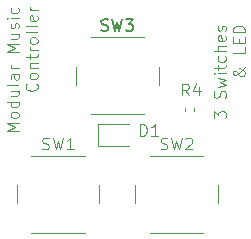
<source format=gto>
%TF.GenerationSoftware,KiCad,Pcbnew,9.0.5-1.fc42*%
%TF.CreationDate,2025-12-03T03:37:20+01:00*%
%TF.ProjectId,Block-Switch-3,426c6f63-6b2d-4537-9769-7463682d332e,1*%
%TF.SameCoordinates,Original*%
%TF.FileFunction,Legend,Top*%
%TF.FilePolarity,Positive*%
%FSLAX46Y46*%
G04 Gerber Fmt 4.6, Leading zero omitted, Abs format (unit mm)*
G04 Created by KiCad (PCBNEW 9.0.5-1.fc42) date 2025-12-03 03:37:20*
%MOMM*%
%LPD*%
G01*
G04 APERTURE LIST*
%ADD10C,0.125000*%
%ADD11C,0.150000*%
%ADD12C,0.120000*%
G04 APERTURE END LIST*
D10*
X147248175Y-112269855D02*
X147248175Y-111650808D01*
X147248175Y-111650808D02*
X147629127Y-111984141D01*
X147629127Y-111984141D02*
X147629127Y-111841284D01*
X147629127Y-111841284D02*
X147676746Y-111746046D01*
X147676746Y-111746046D02*
X147724365Y-111698427D01*
X147724365Y-111698427D02*
X147819603Y-111650808D01*
X147819603Y-111650808D02*
X148057698Y-111650808D01*
X148057698Y-111650808D02*
X148152936Y-111698427D01*
X148152936Y-111698427D02*
X148200556Y-111746046D01*
X148200556Y-111746046D02*
X148248175Y-111841284D01*
X148248175Y-111841284D02*
X148248175Y-112126998D01*
X148248175Y-112126998D02*
X148200556Y-112222236D01*
X148200556Y-112222236D02*
X148152936Y-112269855D01*
X148200556Y-110507950D02*
X148248175Y-110365093D01*
X148248175Y-110365093D02*
X148248175Y-110126998D01*
X148248175Y-110126998D02*
X148200556Y-110031760D01*
X148200556Y-110031760D02*
X148152936Y-109984141D01*
X148152936Y-109984141D02*
X148057698Y-109936522D01*
X148057698Y-109936522D02*
X147962460Y-109936522D01*
X147962460Y-109936522D02*
X147867222Y-109984141D01*
X147867222Y-109984141D02*
X147819603Y-110031760D01*
X147819603Y-110031760D02*
X147771984Y-110126998D01*
X147771984Y-110126998D02*
X147724365Y-110317474D01*
X147724365Y-110317474D02*
X147676746Y-110412712D01*
X147676746Y-110412712D02*
X147629127Y-110460331D01*
X147629127Y-110460331D02*
X147533889Y-110507950D01*
X147533889Y-110507950D02*
X147438651Y-110507950D01*
X147438651Y-110507950D02*
X147343413Y-110460331D01*
X147343413Y-110460331D02*
X147295794Y-110412712D01*
X147295794Y-110412712D02*
X147248175Y-110317474D01*
X147248175Y-110317474D02*
X147248175Y-110079379D01*
X147248175Y-110079379D02*
X147295794Y-109936522D01*
X147581508Y-109603188D02*
X148248175Y-109412712D01*
X148248175Y-109412712D02*
X147771984Y-109222236D01*
X147771984Y-109222236D02*
X148248175Y-109031760D01*
X148248175Y-109031760D02*
X147581508Y-108841284D01*
X148248175Y-108460331D02*
X147581508Y-108460331D01*
X147248175Y-108460331D02*
X147295794Y-108507950D01*
X147295794Y-108507950D02*
X147343413Y-108460331D01*
X147343413Y-108460331D02*
X147295794Y-108412712D01*
X147295794Y-108412712D02*
X147248175Y-108460331D01*
X147248175Y-108460331D02*
X147343413Y-108460331D01*
X147581508Y-108126998D02*
X147581508Y-107746046D01*
X147248175Y-107984141D02*
X148105317Y-107984141D01*
X148105317Y-107984141D02*
X148200556Y-107936522D01*
X148200556Y-107936522D02*
X148248175Y-107841284D01*
X148248175Y-107841284D02*
X148248175Y-107746046D01*
X148200556Y-106984141D02*
X148248175Y-107079379D01*
X148248175Y-107079379D02*
X148248175Y-107269855D01*
X148248175Y-107269855D02*
X148200556Y-107365093D01*
X148200556Y-107365093D02*
X148152936Y-107412712D01*
X148152936Y-107412712D02*
X148057698Y-107460331D01*
X148057698Y-107460331D02*
X147771984Y-107460331D01*
X147771984Y-107460331D02*
X147676746Y-107412712D01*
X147676746Y-107412712D02*
X147629127Y-107365093D01*
X147629127Y-107365093D02*
X147581508Y-107269855D01*
X147581508Y-107269855D02*
X147581508Y-107079379D01*
X147581508Y-107079379D02*
X147629127Y-106984141D01*
X148248175Y-106555569D02*
X147248175Y-106555569D01*
X148248175Y-106126998D02*
X147724365Y-106126998D01*
X147724365Y-106126998D02*
X147629127Y-106174617D01*
X147629127Y-106174617D02*
X147581508Y-106269855D01*
X147581508Y-106269855D02*
X147581508Y-106412712D01*
X147581508Y-106412712D02*
X147629127Y-106507950D01*
X147629127Y-106507950D02*
X147676746Y-106555569D01*
X148200556Y-105269855D02*
X148248175Y-105365093D01*
X148248175Y-105365093D02*
X148248175Y-105555569D01*
X148248175Y-105555569D02*
X148200556Y-105650807D01*
X148200556Y-105650807D02*
X148105317Y-105698426D01*
X148105317Y-105698426D02*
X147724365Y-105698426D01*
X147724365Y-105698426D02*
X147629127Y-105650807D01*
X147629127Y-105650807D02*
X147581508Y-105555569D01*
X147581508Y-105555569D02*
X147581508Y-105365093D01*
X147581508Y-105365093D02*
X147629127Y-105269855D01*
X147629127Y-105269855D02*
X147724365Y-105222236D01*
X147724365Y-105222236D02*
X147819603Y-105222236D01*
X147819603Y-105222236D02*
X147914841Y-105698426D01*
X148200556Y-104841283D02*
X148248175Y-104746045D01*
X148248175Y-104746045D02*
X148248175Y-104555569D01*
X148248175Y-104555569D02*
X148200556Y-104460331D01*
X148200556Y-104460331D02*
X148105317Y-104412712D01*
X148105317Y-104412712D02*
X148057698Y-104412712D01*
X148057698Y-104412712D02*
X147962460Y-104460331D01*
X147962460Y-104460331D02*
X147914841Y-104555569D01*
X147914841Y-104555569D02*
X147914841Y-104698426D01*
X147914841Y-104698426D02*
X147867222Y-104793664D01*
X147867222Y-104793664D02*
X147771984Y-104841283D01*
X147771984Y-104841283D02*
X147724365Y-104841283D01*
X147724365Y-104841283D02*
X147629127Y-104793664D01*
X147629127Y-104793664D02*
X147581508Y-104698426D01*
X147581508Y-104698426D02*
X147581508Y-104555569D01*
X147581508Y-104555569D02*
X147629127Y-104460331D01*
X149858119Y-107888902D02*
X149858119Y-107936522D01*
X149858119Y-107936522D02*
X149810500Y-108031760D01*
X149810500Y-108031760D02*
X149667642Y-108174617D01*
X149667642Y-108174617D02*
X149381928Y-108412712D01*
X149381928Y-108412712D02*
X149239071Y-108507950D01*
X149239071Y-108507950D02*
X149096214Y-108555569D01*
X149096214Y-108555569D02*
X149000976Y-108555569D01*
X149000976Y-108555569D02*
X148905738Y-108507950D01*
X148905738Y-108507950D02*
X148858119Y-108412712D01*
X148858119Y-108412712D02*
X148858119Y-108365093D01*
X148858119Y-108365093D02*
X148905738Y-108269855D01*
X148905738Y-108269855D02*
X149000976Y-108222236D01*
X149000976Y-108222236D02*
X149048595Y-108222236D01*
X149048595Y-108222236D02*
X149143833Y-108269855D01*
X149143833Y-108269855D02*
X149191452Y-108317474D01*
X149191452Y-108317474D02*
X149381928Y-108603188D01*
X149381928Y-108603188D02*
X149429547Y-108650807D01*
X149429547Y-108650807D02*
X149524785Y-108698426D01*
X149524785Y-108698426D02*
X149667642Y-108698426D01*
X149667642Y-108698426D02*
X149762880Y-108650807D01*
X149762880Y-108650807D02*
X149810500Y-108603188D01*
X149810500Y-108603188D02*
X149858119Y-108507950D01*
X149858119Y-108507950D02*
X149858119Y-108365093D01*
X149858119Y-108365093D02*
X149810500Y-108269855D01*
X149810500Y-108269855D02*
X149762880Y-108222236D01*
X149762880Y-108222236D02*
X149572404Y-108079379D01*
X149572404Y-108079379D02*
X149429547Y-108031760D01*
X149429547Y-108031760D02*
X149334309Y-108031760D01*
X149858119Y-106222236D02*
X149858119Y-106698426D01*
X149858119Y-106698426D02*
X148858119Y-106698426D01*
X149334309Y-105888902D02*
X149334309Y-105555569D01*
X149858119Y-105412712D02*
X149858119Y-105888902D01*
X149858119Y-105888902D02*
X148858119Y-105888902D01*
X148858119Y-105888902D02*
X148858119Y-105412712D01*
X149858119Y-104984140D02*
X148858119Y-104984140D01*
X148858119Y-104984140D02*
X148858119Y-104746045D01*
X148858119Y-104746045D02*
X148905738Y-104603188D01*
X148905738Y-104603188D02*
X149000976Y-104507950D01*
X149000976Y-104507950D02*
X149096214Y-104460331D01*
X149096214Y-104460331D02*
X149286690Y-104412712D01*
X149286690Y-104412712D02*
X149429547Y-104412712D01*
X149429547Y-104412712D02*
X149620023Y-104460331D01*
X149620023Y-104460331D02*
X149715261Y-104507950D01*
X149715261Y-104507950D02*
X149810500Y-104603188D01*
X149810500Y-104603188D02*
X149858119Y-104746045D01*
X149858119Y-104746045D02*
X149858119Y-104984140D01*
X130708119Y-113317284D02*
X129708119Y-113317284D01*
X129708119Y-113317284D02*
X130422404Y-112983951D01*
X130422404Y-112983951D02*
X129708119Y-112650618D01*
X129708119Y-112650618D02*
X130708119Y-112650618D01*
X130708119Y-112031570D02*
X130660500Y-112126808D01*
X130660500Y-112126808D02*
X130612880Y-112174427D01*
X130612880Y-112174427D02*
X130517642Y-112222046D01*
X130517642Y-112222046D02*
X130231928Y-112222046D01*
X130231928Y-112222046D02*
X130136690Y-112174427D01*
X130136690Y-112174427D02*
X130089071Y-112126808D01*
X130089071Y-112126808D02*
X130041452Y-112031570D01*
X130041452Y-112031570D02*
X130041452Y-111888713D01*
X130041452Y-111888713D02*
X130089071Y-111793475D01*
X130089071Y-111793475D02*
X130136690Y-111745856D01*
X130136690Y-111745856D02*
X130231928Y-111698237D01*
X130231928Y-111698237D02*
X130517642Y-111698237D01*
X130517642Y-111698237D02*
X130612880Y-111745856D01*
X130612880Y-111745856D02*
X130660500Y-111793475D01*
X130660500Y-111793475D02*
X130708119Y-111888713D01*
X130708119Y-111888713D02*
X130708119Y-112031570D01*
X130708119Y-110841094D02*
X129708119Y-110841094D01*
X130660500Y-110841094D02*
X130708119Y-110936332D01*
X130708119Y-110936332D02*
X130708119Y-111126808D01*
X130708119Y-111126808D02*
X130660500Y-111222046D01*
X130660500Y-111222046D02*
X130612880Y-111269665D01*
X130612880Y-111269665D02*
X130517642Y-111317284D01*
X130517642Y-111317284D02*
X130231928Y-111317284D01*
X130231928Y-111317284D02*
X130136690Y-111269665D01*
X130136690Y-111269665D02*
X130089071Y-111222046D01*
X130089071Y-111222046D02*
X130041452Y-111126808D01*
X130041452Y-111126808D02*
X130041452Y-110936332D01*
X130041452Y-110936332D02*
X130089071Y-110841094D01*
X130041452Y-109936332D02*
X130708119Y-109936332D01*
X130041452Y-110364903D02*
X130565261Y-110364903D01*
X130565261Y-110364903D02*
X130660500Y-110317284D01*
X130660500Y-110317284D02*
X130708119Y-110222046D01*
X130708119Y-110222046D02*
X130708119Y-110079189D01*
X130708119Y-110079189D02*
X130660500Y-109983951D01*
X130660500Y-109983951D02*
X130612880Y-109936332D01*
X130708119Y-109317284D02*
X130660500Y-109412522D01*
X130660500Y-109412522D02*
X130565261Y-109460141D01*
X130565261Y-109460141D02*
X129708119Y-109460141D01*
X130708119Y-108507760D02*
X130184309Y-108507760D01*
X130184309Y-108507760D02*
X130089071Y-108555379D01*
X130089071Y-108555379D02*
X130041452Y-108650617D01*
X130041452Y-108650617D02*
X130041452Y-108841093D01*
X130041452Y-108841093D02*
X130089071Y-108936331D01*
X130660500Y-108507760D02*
X130708119Y-108602998D01*
X130708119Y-108602998D02*
X130708119Y-108841093D01*
X130708119Y-108841093D02*
X130660500Y-108936331D01*
X130660500Y-108936331D02*
X130565261Y-108983950D01*
X130565261Y-108983950D02*
X130470023Y-108983950D01*
X130470023Y-108983950D02*
X130374785Y-108936331D01*
X130374785Y-108936331D02*
X130327166Y-108841093D01*
X130327166Y-108841093D02*
X130327166Y-108602998D01*
X130327166Y-108602998D02*
X130279547Y-108507760D01*
X130708119Y-108031569D02*
X130041452Y-108031569D01*
X130231928Y-108031569D02*
X130136690Y-107983950D01*
X130136690Y-107983950D02*
X130089071Y-107936331D01*
X130089071Y-107936331D02*
X130041452Y-107841093D01*
X130041452Y-107841093D02*
X130041452Y-107745855D01*
X130708119Y-106650616D02*
X129708119Y-106650616D01*
X129708119Y-106650616D02*
X130422404Y-106317283D01*
X130422404Y-106317283D02*
X129708119Y-105983950D01*
X129708119Y-105983950D02*
X130708119Y-105983950D01*
X130041452Y-105079188D02*
X130708119Y-105079188D01*
X130041452Y-105507759D02*
X130565261Y-105507759D01*
X130565261Y-105507759D02*
X130660500Y-105460140D01*
X130660500Y-105460140D02*
X130708119Y-105364902D01*
X130708119Y-105364902D02*
X130708119Y-105222045D01*
X130708119Y-105222045D02*
X130660500Y-105126807D01*
X130660500Y-105126807D02*
X130612880Y-105079188D01*
X130660500Y-104650616D02*
X130708119Y-104555378D01*
X130708119Y-104555378D02*
X130708119Y-104364902D01*
X130708119Y-104364902D02*
X130660500Y-104269664D01*
X130660500Y-104269664D02*
X130565261Y-104222045D01*
X130565261Y-104222045D02*
X130517642Y-104222045D01*
X130517642Y-104222045D02*
X130422404Y-104269664D01*
X130422404Y-104269664D02*
X130374785Y-104364902D01*
X130374785Y-104364902D02*
X130374785Y-104507759D01*
X130374785Y-104507759D02*
X130327166Y-104602997D01*
X130327166Y-104602997D02*
X130231928Y-104650616D01*
X130231928Y-104650616D02*
X130184309Y-104650616D01*
X130184309Y-104650616D02*
X130089071Y-104602997D01*
X130089071Y-104602997D02*
X130041452Y-104507759D01*
X130041452Y-104507759D02*
X130041452Y-104364902D01*
X130041452Y-104364902D02*
X130089071Y-104269664D01*
X130708119Y-103793473D02*
X130041452Y-103793473D01*
X129708119Y-103793473D02*
X129755738Y-103841092D01*
X129755738Y-103841092D02*
X129803357Y-103793473D01*
X129803357Y-103793473D02*
X129755738Y-103745854D01*
X129755738Y-103745854D02*
X129708119Y-103793473D01*
X129708119Y-103793473D02*
X129803357Y-103793473D01*
X130660500Y-102888712D02*
X130708119Y-102983950D01*
X130708119Y-102983950D02*
X130708119Y-103174426D01*
X130708119Y-103174426D02*
X130660500Y-103269664D01*
X130660500Y-103269664D02*
X130612880Y-103317283D01*
X130612880Y-103317283D02*
X130517642Y-103364902D01*
X130517642Y-103364902D02*
X130231928Y-103364902D01*
X130231928Y-103364902D02*
X130136690Y-103317283D01*
X130136690Y-103317283D02*
X130089071Y-103269664D01*
X130089071Y-103269664D02*
X130041452Y-103174426D01*
X130041452Y-103174426D02*
X130041452Y-102983950D01*
X130041452Y-102983950D02*
X130089071Y-102888712D01*
X132222824Y-109317286D02*
X132270444Y-109364905D01*
X132270444Y-109364905D02*
X132318063Y-109507762D01*
X132318063Y-109507762D02*
X132318063Y-109603000D01*
X132318063Y-109603000D02*
X132270444Y-109745857D01*
X132270444Y-109745857D02*
X132175205Y-109841095D01*
X132175205Y-109841095D02*
X132079967Y-109888714D01*
X132079967Y-109888714D02*
X131889491Y-109936333D01*
X131889491Y-109936333D02*
X131746634Y-109936333D01*
X131746634Y-109936333D02*
X131556158Y-109888714D01*
X131556158Y-109888714D02*
X131460920Y-109841095D01*
X131460920Y-109841095D02*
X131365682Y-109745857D01*
X131365682Y-109745857D02*
X131318063Y-109603000D01*
X131318063Y-109603000D02*
X131318063Y-109507762D01*
X131318063Y-109507762D02*
X131365682Y-109364905D01*
X131365682Y-109364905D02*
X131413301Y-109317286D01*
X132318063Y-108745857D02*
X132270444Y-108841095D01*
X132270444Y-108841095D02*
X132222824Y-108888714D01*
X132222824Y-108888714D02*
X132127586Y-108936333D01*
X132127586Y-108936333D02*
X131841872Y-108936333D01*
X131841872Y-108936333D02*
X131746634Y-108888714D01*
X131746634Y-108888714D02*
X131699015Y-108841095D01*
X131699015Y-108841095D02*
X131651396Y-108745857D01*
X131651396Y-108745857D02*
X131651396Y-108603000D01*
X131651396Y-108603000D02*
X131699015Y-108507762D01*
X131699015Y-108507762D02*
X131746634Y-108460143D01*
X131746634Y-108460143D02*
X131841872Y-108412524D01*
X131841872Y-108412524D02*
X132127586Y-108412524D01*
X132127586Y-108412524D02*
X132222824Y-108460143D01*
X132222824Y-108460143D02*
X132270444Y-108507762D01*
X132270444Y-108507762D02*
X132318063Y-108603000D01*
X132318063Y-108603000D02*
X132318063Y-108745857D01*
X131651396Y-107983952D02*
X132318063Y-107983952D01*
X131746634Y-107983952D02*
X131699015Y-107936333D01*
X131699015Y-107936333D02*
X131651396Y-107841095D01*
X131651396Y-107841095D02*
X131651396Y-107698238D01*
X131651396Y-107698238D02*
X131699015Y-107603000D01*
X131699015Y-107603000D02*
X131794253Y-107555381D01*
X131794253Y-107555381D02*
X132318063Y-107555381D01*
X131651396Y-107222047D02*
X131651396Y-106841095D01*
X131318063Y-107079190D02*
X132175205Y-107079190D01*
X132175205Y-107079190D02*
X132270444Y-107031571D01*
X132270444Y-107031571D02*
X132318063Y-106936333D01*
X132318063Y-106936333D02*
X132318063Y-106841095D01*
X132318063Y-106507761D02*
X131651396Y-106507761D01*
X131841872Y-106507761D02*
X131746634Y-106460142D01*
X131746634Y-106460142D02*
X131699015Y-106412523D01*
X131699015Y-106412523D02*
X131651396Y-106317285D01*
X131651396Y-106317285D02*
X131651396Y-106222047D01*
X132318063Y-105745856D02*
X132270444Y-105841094D01*
X132270444Y-105841094D02*
X132222824Y-105888713D01*
X132222824Y-105888713D02*
X132127586Y-105936332D01*
X132127586Y-105936332D02*
X131841872Y-105936332D01*
X131841872Y-105936332D02*
X131746634Y-105888713D01*
X131746634Y-105888713D02*
X131699015Y-105841094D01*
X131699015Y-105841094D02*
X131651396Y-105745856D01*
X131651396Y-105745856D02*
X131651396Y-105602999D01*
X131651396Y-105602999D02*
X131699015Y-105507761D01*
X131699015Y-105507761D02*
X131746634Y-105460142D01*
X131746634Y-105460142D02*
X131841872Y-105412523D01*
X131841872Y-105412523D02*
X132127586Y-105412523D01*
X132127586Y-105412523D02*
X132222824Y-105460142D01*
X132222824Y-105460142D02*
X132270444Y-105507761D01*
X132270444Y-105507761D02*
X132318063Y-105602999D01*
X132318063Y-105602999D02*
X132318063Y-105745856D01*
X132318063Y-104841094D02*
X132270444Y-104936332D01*
X132270444Y-104936332D02*
X132175205Y-104983951D01*
X132175205Y-104983951D02*
X131318063Y-104983951D01*
X132318063Y-104317284D02*
X132270444Y-104412522D01*
X132270444Y-104412522D02*
X132175205Y-104460141D01*
X132175205Y-104460141D02*
X131318063Y-104460141D01*
X132270444Y-103555379D02*
X132318063Y-103650617D01*
X132318063Y-103650617D02*
X132318063Y-103841093D01*
X132318063Y-103841093D02*
X132270444Y-103936331D01*
X132270444Y-103936331D02*
X132175205Y-103983950D01*
X132175205Y-103983950D02*
X131794253Y-103983950D01*
X131794253Y-103983950D02*
X131699015Y-103936331D01*
X131699015Y-103936331D02*
X131651396Y-103841093D01*
X131651396Y-103841093D02*
X131651396Y-103650617D01*
X131651396Y-103650617D02*
X131699015Y-103555379D01*
X131699015Y-103555379D02*
X131794253Y-103507760D01*
X131794253Y-103507760D02*
X131889491Y-103507760D01*
X131889491Y-103507760D02*
X131984729Y-103983950D01*
X132318063Y-103079188D02*
X131651396Y-103079188D01*
X131841872Y-103079188D02*
X131746634Y-103031569D01*
X131746634Y-103031569D02*
X131699015Y-102983950D01*
X131699015Y-102983950D02*
X131651396Y-102888712D01*
X131651396Y-102888712D02*
X131651396Y-102793474D01*
X132715367Y-114840310D02*
X132858224Y-114887929D01*
X132858224Y-114887929D02*
X133096319Y-114887929D01*
X133096319Y-114887929D02*
X133191557Y-114840310D01*
X133191557Y-114840310D02*
X133239176Y-114792690D01*
X133239176Y-114792690D02*
X133286795Y-114697452D01*
X133286795Y-114697452D02*
X133286795Y-114602214D01*
X133286795Y-114602214D02*
X133239176Y-114506976D01*
X133239176Y-114506976D02*
X133191557Y-114459357D01*
X133191557Y-114459357D02*
X133096319Y-114411738D01*
X133096319Y-114411738D02*
X132905843Y-114364119D01*
X132905843Y-114364119D02*
X132810605Y-114316500D01*
X132810605Y-114316500D02*
X132762986Y-114268881D01*
X132762986Y-114268881D02*
X132715367Y-114173643D01*
X132715367Y-114173643D02*
X132715367Y-114078405D01*
X132715367Y-114078405D02*
X132762986Y-113983167D01*
X132762986Y-113983167D02*
X132810605Y-113935548D01*
X132810605Y-113935548D02*
X132905843Y-113887929D01*
X132905843Y-113887929D02*
X133143938Y-113887929D01*
X133143938Y-113887929D02*
X133286795Y-113935548D01*
X133620129Y-113887929D02*
X133858224Y-114887929D01*
X133858224Y-114887929D02*
X134048700Y-114173643D01*
X134048700Y-114173643D02*
X134239176Y-114887929D01*
X134239176Y-114887929D02*
X134477272Y-113887929D01*
X135382033Y-114887929D02*
X134810605Y-114887929D01*
X135096319Y-114887929D02*
X135096319Y-113887929D01*
X135096319Y-113887929D02*
X135001081Y-114030786D01*
X135001081Y-114030786D02*
X134905843Y-114126024D01*
X134905843Y-114126024D02*
X134810605Y-114173643D01*
X140993905Y-113740119D02*
X140993905Y-112740119D01*
X140993905Y-112740119D02*
X141232000Y-112740119D01*
X141232000Y-112740119D02*
X141374857Y-112787738D01*
X141374857Y-112787738D02*
X141470095Y-112882976D01*
X141470095Y-112882976D02*
X141517714Y-112978214D01*
X141517714Y-112978214D02*
X141565333Y-113168690D01*
X141565333Y-113168690D02*
X141565333Y-113311547D01*
X141565333Y-113311547D02*
X141517714Y-113502023D01*
X141517714Y-113502023D02*
X141470095Y-113597261D01*
X141470095Y-113597261D02*
X141374857Y-113692500D01*
X141374857Y-113692500D02*
X141232000Y-113740119D01*
X141232000Y-113740119D02*
X140993905Y-113740119D01*
X142517714Y-113740119D02*
X141946286Y-113740119D01*
X142232000Y-113740119D02*
X142232000Y-112740119D01*
X142232000Y-112740119D02*
X142136762Y-112882976D01*
X142136762Y-112882976D02*
X142041524Y-112978214D01*
X142041524Y-112978214D02*
X141946286Y-113025833D01*
X142747967Y-114840310D02*
X142890824Y-114887929D01*
X142890824Y-114887929D02*
X143128919Y-114887929D01*
X143128919Y-114887929D02*
X143224157Y-114840310D01*
X143224157Y-114840310D02*
X143271776Y-114792690D01*
X143271776Y-114792690D02*
X143319395Y-114697452D01*
X143319395Y-114697452D02*
X143319395Y-114602214D01*
X143319395Y-114602214D02*
X143271776Y-114506976D01*
X143271776Y-114506976D02*
X143224157Y-114459357D01*
X143224157Y-114459357D02*
X143128919Y-114411738D01*
X143128919Y-114411738D02*
X142938443Y-114364119D01*
X142938443Y-114364119D02*
X142843205Y-114316500D01*
X142843205Y-114316500D02*
X142795586Y-114268881D01*
X142795586Y-114268881D02*
X142747967Y-114173643D01*
X142747967Y-114173643D02*
X142747967Y-114078405D01*
X142747967Y-114078405D02*
X142795586Y-113983167D01*
X142795586Y-113983167D02*
X142843205Y-113935548D01*
X142843205Y-113935548D02*
X142938443Y-113887929D01*
X142938443Y-113887929D02*
X143176538Y-113887929D01*
X143176538Y-113887929D02*
X143319395Y-113935548D01*
X143652729Y-113887929D02*
X143890824Y-114887929D01*
X143890824Y-114887929D02*
X144081300Y-114173643D01*
X144081300Y-114173643D02*
X144271776Y-114887929D01*
X144271776Y-114887929D02*
X144509872Y-113887929D01*
X144843205Y-113983167D02*
X144890824Y-113935548D01*
X144890824Y-113935548D02*
X144986062Y-113887929D01*
X144986062Y-113887929D02*
X145224157Y-113887929D01*
X145224157Y-113887929D02*
X145319395Y-113935548D01*
X145319395Y-113935548D02*
X145367014Y-113983167D01*
X145367014Y-113983167D02*
X145414633Y-114078405D01*
X145414633Y-114078405D02*
X145414633Y-114173643D01*
X145414633Y-114173643D02*
X145367014Y-114316500D01*
X145367014Y-114316500D02*
X144795586Y-114887929D01*
X144795586Y-114887929D02*
X145414633Y-114887929D01*
D11*
X137731667Y-104805390D02*
X137874524Y-104853009D01*
X137874524Y-104853009D02*
X138112619Y-104853009D01*
X138112619Y-104853009D02*
X138207857Y-104805390D01*
X138207857Y-104805390D02*
X138255476Y-104757770D01*
X138255476Y-104757770D02*
X138303095Y-104662532D01*
X138303095Y-104662532D02*
X138303095Y-104567294D01*
X138303095Y-104567294D02*
X138255476Y-104472056D01*
X138255476Y-104472056D02*
X138207857Y-104424437D01*
X138207857Y-104424437D02*
X138112619Y-104376818D01*
X138112619Y-104376818D02*
X137922143Y-104329199D01*
X137922143Y-104329199D02*
X137826905Y-104281580D01*
X137826905Y-104281580D02*
X137779286Y-104233961D01*
X137779286Y-104233961D02*
X137731667Y-104138723D01*
X137731667Y-104138723D02*
X137731667Y-104043485D01*
X137731667Y-104043485D02*
X137779286Y-103948247D01*
X137779286Y-103948247D02*
X137826905Y-103900628D01*
X137826905Y-103900628D02*
X137922143Y-103853009D01*
X137922143Y-103853009D02*
X138160238Y-103853009D01*
X138160238Y-103853009D02*
X138303095Y-103900628D01*
X138636429Y-103853009D02*
X138874524Y-104853009D01*
X138874524Y-104853009D02*
X139065000Y-104138723D01*
X139065000Y-104138723D02*
X139255476Y-104853009D01*
X139255476Y-104853009D02*
X139493572Y-103853009D01*
X139779286Y-103853009D02*
X140398333Y-103853009D01*
X140398333Y-103853009D02*
X140065000Y-104233961D01*
X140065000Y-104233961D02*
X140207857Y-104233961D01*
X140207857Y-104233961D02*
X140303095Y-104281580D01*
X140303095Y-104281580D02*
X140350714Y-104329199D01*
X140350714Y-104329199D02*
X140398333Y-104424437D01*
X140398333Y-104424437D02*
X140398333Y-104662532D01*
X140398333Y-104662532D02*
X140350714Y-104757770D01*
X140350714Y-104757770D02*
X140303095Y-104805390D01*
X140303095Y-104805390D02*
X140207857Y-104853009D01*
X140207857Y-104853009D02*
X139922143Y-104853009D01*
X139922143Y-104853009D02*
X139826905Y-104805390D01*
X139826905Y-104805390D02*
X139779286Y-104757770D01*
D10*
X145121333Y-110311119D02*
X144788000Y-109834928D01*
X144549905Y-110311119D02*
X144549905Y-109311119D01*
X144549905Y-109311119D02*
X144930857Y-109311119D01*
X144930857Y-109311119D02*
X145026095Y-109358738D01*
X145026095Y-109358738D02*
X145073714Y-109406357D01*
X145073714Y-109406357D02*
X145121333Y-109501595D01*
X145121333Y-109501595D02*
X145121333Y-109644452D01*
X145121333Y-109644452D02*
X145073714Y-109739690D01*
X145073714Y-109739690D02*
X145026095Y-109787309D01*
X145026095Y-109787309D02*
X144930857Y-109834928D01*
X144930857Y-109834928D02*
X144549905Y-109834928D01*
X145978476Y-109644452D02*
X145978476Y-110311119D01*
X145740381Y-109263500D02*
X145502286Y-109977785D01*
X145502286Y-109977785D02*
X146121333Y-109977785D01*
D12*
%TO.C,SW1*%
X137548700Y-119431810D02*
X137548700Y-117931810D01*
X136298700Y-115431810D02*
X131798700Y-115431810D01*
X131798700Y-121931810D02*
X136298700Y-121931810D01*
X130548700Y-117931810D02*
X130548700Y-119431810D01*
%TO.C,D1*%
X140085000Y-112705000D02*
X137400000Y-112705000D01*
X137400000Y-114625000D02*
X140085000Y-114625000D01*
X137400000Y-112705000D02*
X137400000Y-114625000D01*
%TO.C,SW2*%
X140581300Y-117931810D02*
X140581300Y-119431810D01*
X141831300Y-121931810D02*
X146331300Y-121931810D01*
X146331300Y-115431810D02*
X141831300Y-115431810D01*
X147581300Y-119431810D02*
X147581300Y-117931810D01*
%TO.C,SW3*%
X135565000Y-107898190D02*
X135565000Y-109398190D01*
X136815000Y-111898190D02*
X141315000Y-111898190D01*
X141315000Y-105398190D02*
X136815000Y-105398190D01*
X142565000Y-109398190D02*
X142565000Y-107898190D01*
%TO.C,R4*%
X144781000Y-111350359D02*
X144781000Y-111657641D01*
X145541000Y-111350359D02*
X145541000Y-111657641D01*
%TD*%
M02*

</source>
